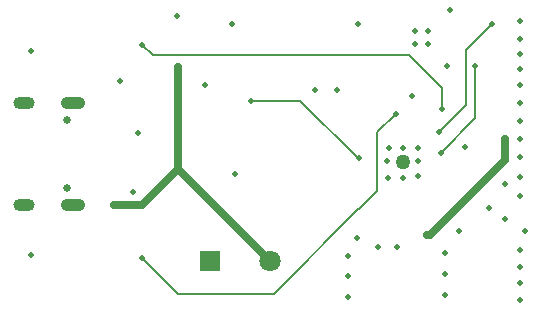
<source format=gbl>
%TF.GenerationSoftware,Altium Limited,Altium Designer,23.10.1 (27)*%
G04 Layer_Physical_Order=4*
G04 Layer_Color=16711680*
%FSLAX45Y45*%
%MOMM*%
%TF.SameCoordinates,2CED323B-BA49-4281-A081-A7916B394634*%
%TF.FilePolarity,Positive*%
%TF.FileFunction,Copper,L4,Bot,Signal*%
%TF.Part,Single*%
G01*
G75*
%TA.AperFunction,Conductor*%
%ADD49C,0.63500*%
%ADD50C,0.20320*%
%TA.AperFunction,ComponentPad*%
%ADD53C,0.65000*%
G04:AMPARAMS|DCode=54|XSize=1mm|YSize=2.1mm|CornerRadius=0.5mm|HoleSize=0mm|Usage=FLASHONLY|Rotation=270.000|XOffset=0mm|YOffset=0mm|HoleType=Round|Shape=RoundedRectangle|*
%AMROUNDEDRECTD54*
21,1,1.00000,1.10000,0,0,270.0*
21,1,0.00000,2.10000,0,0,270.0*
1,1,1.00000,-0.55000,0.00000*
1,1,1.00000,-0.55000,0.00000*
1,1,1.00000,0.55000,0.00000*
1,1,1.00000,0.55000,0.00000*
%
%ADD54ROUNDEDRECTD54*%
G04:AMPARAMS|DCode=55|XSize=1mm|YSize=1.8mm|CornerRadius=0.5mm|HoleSize=0mm|Usage=FLASHONLY|Rotation=270.000|XOffset=0mm|YOffset=0mm|HoleType=Round|Shape=RoundedRectangle|*
%AMROUNDEDRECTD55*
21,1,1.00000,0.80000,0,0,270.0*
21,1,0.00000,1.80000,0,0,270.0*
1,1,1.00000,-0.40000,0.00000*
1,1,1.00000,-0.40000,0.00000*
1,1,1.00000,0.40000,0.00000*
1,1,1.00000,0.40000,0.00000*
%
%ADD55ROUNDEDRECTD55*%
%ADD56C,1.80000*%
%ADD57R,1.80000X1.80000*%
%TA.AperFunction,ViaPad*%
%ADD58C,0.50800*%
%ADD59C,0.50000*%
%ADD60C,0.71120*%
%ADD61C,1.27000*%
D49*
X4191000Y1270000D02*
Y1447800D01*
X3557458Y636458D02*
X4191000Y1270000D01*
X3532058Y636458D02*
X3557458D01*
X1422400Y1193800D02*
Y2057400D01*
X3530600Y635000D02*
X3532058Y636458D01*
X876300Y889000D02*
X1117600D01*
X1422400Y1193800D01*
X2197100Y419100D01*
D50*
X1206500Y2159000D02*
X3378200D01*
X3657600Y1879600D01*
X2952578Y857078D02*
X3105323Y1009823D01*
Y1505123D02*
X3263900Y1663700D01*
X3105323Y1009823D02*
Y1505123D01*
X2948186Y852686D02*
X2952578Y857078D01*
X1422400Y139700D02*
X2235200D01*
X2948186Y852686D01*
X2456000Y1773100D02*
X2942634Y1286466D01*
X2039800Y1773100D02*
X2456000D01*
X2942634Y1286466D02*
X2950166D01*
X3854450Y2203450D02*
X4076700Y2425700D01*
X3854450Y1733550D02*
Y2203450D01*
X3632200Y1511300D02*
X3854450Y1733550D01*
X3644900Y1333500D02*
X3937000Y1625600D01*
Y2070100D01*
X3657600Y1701800D02*
Y1879600D01*
X1117600Y2247900D02*
X1206500Y2159000D01*
X1117600Y444500D02*
X1422400Y139700D01*
D53*
X480100Y1031800D02*
D03*
Y1609800D02*
D03*
D54*
X530100Y888800D02*
D03*
Y1752800D02*
D03*
D55*
X112100Y888800D02*
D03*
Y1752800D02*
D03*
D56*
X2197100Y419100D02*
D03*
D57*
X1689100D02*
D03*
D58*
X4191000Y1066800D02*
D03*
X4318000Y965200D02*
D03*
X4191000Y774700D02*
D03*
X4318000Y508000D02*
D03*
X4356100Y673100D02*
D03*
X2946400Y2425700D02*
D03*
X2950166Y1286466D02*
D03*
X3192796Y1259393D02*
D03*
X3209902Y1373625D02*
D03*
X3197202Y1119625D02*
D03*
X4076700Y2425700D02*
D03*
X3721100Y2540000D02*
D03*
X3695700Y2070100D02*
D03*
X3657600Y1701800D02*
D03*
X3937000Y2070100D02*
D03*
X3644900Y1333500D02*
D03*
X3632200Y1511300D02*
D03*
X3403600Y1816100D02*
D03*
X1651000Y1905000D02*
D03*
X4318000Y2451100D02*
D03*
Y88900D02*
D03*
Y228600D02*
D03*
Y368300D02*
D03*
Y2298700D02*
D03*
Y2171700D02*
D03*
Y2044700D02*
D03*
Y1905000D02*
D03*
Y1752600D02*
D03*
Y1600200D02*
D03*
Y1447800D02*
D03*
Y1295400D02*
D03*
X4051300Y863600D02*
D03*
X3324202Y1119625D02*
D03*
X3451202Y1132325D02*
D03*
Y1259325D02*
D03*
Y1373625D02*
D03*
X3324202D02*
D03*
X4318000Y1130300D02*
D03*
X1079500Y1498600D02*
D03*
X1041400Y1003300D02*
D03*
X927100Y1943100D02*
D03*
X2578100Y1866900D02*
D03*
X3848100Y1384300D02*
D03*
X3797300Y673100D02*
D03*
X2768600Y1866900D02*
D03*
X1879600Y2425700D02*
D03*
X1409700Y2489200D02*
D03*
X177800Y2197100D02*
D03*
Y469900D02*
D03*
X1905000Y1155700D02*
D03*
X2933700Y609600D02*
D03*
X3263900Y1663700D02*
D03*
X1117600Y444500D02*
D03*
Y2247900D02*
D03*
X2039800Y1773100D02*
D03*
X3276600Y533400D02*
D03*
X2857500Y457200D02*
D03*
Y292100D02*
D03*
Y114300D02*
D03*
X3683000Y482600D02*
D03*
Y304800D02*
D03*
Y127000D02*
D03*
X3111500Y533400D02*
D03*
D59*
X3534800Y2366400D02*
D03*
Y2256400D02*
D03*
X3424800D02*
D03*
Y2366400D02*
D03*
D60*
X1422400Y2057400D02*
D03*
X4191000Y1447800D02*
D03*
X3530600Y635000D02*
D03*
X876300Y889000D02*
D03*
D61*
X3327400Y1257300D02*
D03*
%TF.MD5,ad8ff1c7753881eee01788e50161a3f1*%
M02*

</source>
